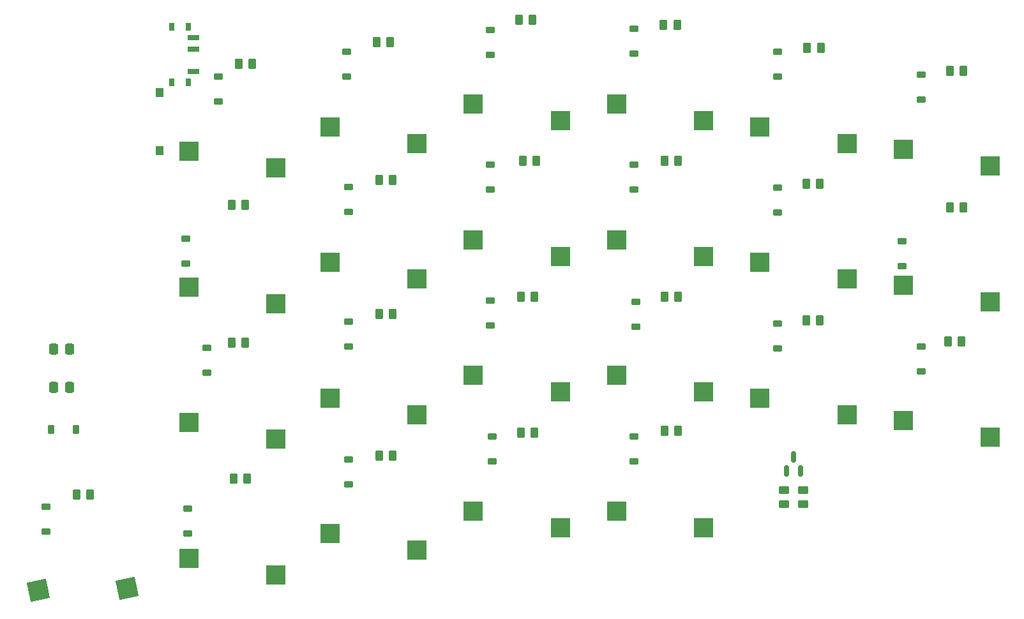
<source format=gbp>
%TF.GenerationSoftware,KiCad,Pcbnew,7.0.5-0*%
%TF.CreationDate,2023-09-10T21:20:09+09:30*%
%TF.ProjectId,Rolio,526f6c69-6f2e-46b6-9963-61645f706362,rev?*%
%TF.SameCoordinates,Original*%
%TF.FileFunction,Paste,Bot*%
%TF.FilePolarity,Positive*%
%FSLAX46Y46*%
G04 Gerber Fmt 4.6, Leading zero omitted, Abs format (unit mm)*
G04 Created by KiCad (PCBNEW 7.0.5-0) date 2023-09-10 21:20:09*
%MOMM*%
%LPD*%
G01*
G04 APERTURE LIST*
G04 Aperture macros list*
%AMRoundRect*
0 Rectangle with rounded corners*
0 $1 Rounding radius*
0 $2 $3 $4 $5 $6 $7 $8 $9 X,Y pos of 4 corners*
0 Add a 4 corners polygon primitive as box body*
4,1,4,$2,$3,$4,$5,$6,$7,$8,$9,$2,$3,0*
0 Add four circle primitives for the rounded corners*
1,1,$1+$1,$2,$3*
1,1,$1+$1,$4,$5*
1,1,$1+$1,$6,$7*
1,1,$1+$1,$8,$9*
0 Add four rect primitives between the rounded corners*
20,1,$1+$1,$2,$3,$4,$5,0*
20,1,$1+$1,$4,$5,$6,$7,0*
20,1,$1+$1,$6,$7,$8,$9,0*
20,1,$1+$1,$8,$9,$2,$3,0*%
%AMRotRect*
0 Rectangle, with rotation*
0 The origin of the aperture is its center*
0 $1 length*
0 $2 width*
0 $3 Rotation angle, in degrees counterclockwise*
0 Add horizontal line*
21,1,$1,$2,0,0,$3*%
G04 Aperture macros list end*
%ADD10R,2.600000X2.600000*%
%ADD11RotRect,2.600000X2.600000X12.000000*%
%ADD12RoundRect,0.250000X0.262500X0.450000X-0.262500X0.450000X-0.262500X-0.450000X0.262500X-0.450000X0*%
%ADD13RoundRect,0.225000X-0.375000X0.225000X-0.375000X-0.225000X0.375000X-0.225000X0.375000X0.225000X0*%
%ADD14RoundRect,0.250000X0.337500X0.475000X-0.337500X0.475000X-0.337500X-0.475000X0.337500X-0.475000X0*%
%ADD15RoundRect,0.250000X0.450000X-0.262500X0.450000X0.262500X-0.450000X0.262500X-0.450000X-0.262500X0*%
%ADD16R,0.800000X1.000000*%
%ADD17R,1.500000X0.700000*%
%ADD18RoundRect,0.250000X-0.337500X-0.475000X0.337500X-0.475000X0.337500X0.475000X-0.337500X0.475000X0*%
%ADD19R,1.000000X1.250000*%
%ADD20RoundRect,0.225000X0.225000X0.375000X-0.225000X0.375000X-0.225000X-0.375000X0.225000X-0.375000X0*%
%ADD21RoundRect,0.150000X0.150000X-0.587500X0.150000X0.587500X-0.150000X0.587500X-0.150000X-0.587500X0*%
G04 APERTURE END LIST*
D10*
X163095000Y-52480000D03*
X151545000Y-50280000D03*
X125095000Y-103480000D03*
X113545000Y-101280000D03*
X144095000Y-103480000D03*
X132545000Y-101280000D03*
X144095000Y-67480000D03*
X132545000Y-65280000D03*
X163095000Y-70480000D03*
X151545000Y-68280000D03*
X87375000Y-55730000D03*
X75825000Y-53530000D03*
X182095000Y-91480000D03*
X170545000Y-89280000D03*
X125095000Y-67480000D03*
X113545000Y-65280000D03*
X106095000Y-88480000D03*
X94545000Y-86280000D03*
X125095000Y-85480000D03*
X113545000Y-83280000D03*
X106095000Y-52480000D03*
X94545000Y-50280000D03*
X182095000Y-73480000D03*
X170545000Y-71280000D03*
X182095000Y-55480000D03*
X170545000Y-53280000D03*
X87375000Y-91730000D03*
X75825000Y-89530000D03*
X125095000Y-49480000D03*
X113545000Y-47280000D03*
D11*
X67600888Y-111543542D03*
X55845877Y-111792998D03*
D10*
X87375000Y-73775000D03*
X75825000Y-71575000D03*
X144095000Y-85480000D03*
X132545000Y-83280000D03*
X106095000Y-70480000D03*
X94545000Y-68280000D03*
X144095000Y-49480000D03*
X132545000Y-47280000D03*
X106095000Y-106480000D03*
X94545000Y-104280000D03*
X163095000Y-88480000D03*
X151545000Y-86280000D03*
X87375000Y-109730000D03*
X75825000Y-107530000D03*
D12*
X178543500Y-42888000D03*
X176718500Y-42888000D03*
D13*
X153905500Y-76416000D03*
X153905500Y-79716000D03*
D14*
X59987000Y-84836000D03*
X57912000Y-84836000D03*
D13*
X134855500Y-55334000D03*
X134855500Y-58634000D03*
X78213500Y-79592000D03*
X78213500Y-82892000D03*
D12*
X140697500Y-54826000D03*
X138872500Y-54826000D03*
D13*
X79737500Y-43650000D03*
X79737500Y-46950000D03*
D12*
X102851500Y-57366000D03*
X101026500Y-57366000D03*
D13*
X170415500Y-65496000D03*
X170415500Y-68796000D03*
X97009500Y-76162500D03*
X97009500Y-79462500D03*
D15*
X154733500Y-100339000D03*
X154733500Y-98514000D03*
D12*
X62738000Y-99060000D03*
X60913000Y-99060000D03*
D13*
X115805500Y-73368000D03*
X115805500Y-76668000D03*
D12*
X140697500Y-72860000D03*
X138872500Y-72860000D03*
X159512000Y-75946000D03*
X157687000Y-75946000D03*
X178562000Y-60960000D03*
X176737000Y-60960000D03*
D13*
X115805500Y-37428000D03*
X115805500Y-40728000D03*
D12*
X121647500Y-90894000D03*
X119822500Y-90894000D03*
D15*
X157273500Y-100339000D03*
X157273500Y-98514000D03*
D13*
X97009500Y-94454000D03*
X97009500Y-97754000D03*
X116059500Y-91402000D03*
X116059500Y-94702000D03*
X153905500Y-58382000D03*
X153905500Y-61682000D03*
X75419500Y-65114000D03*
X75419500Y-68414000D03*
D16*
X73566500Y-44348000D03*
X75776500Y-44348000D03*
X73566500Y-37048000D03*
X75776500Y-37048000D03*
D17*
X76426500Y-42948000D03*
X76426500Y-39948000D03*
X76426500Y-38448000D03*
D12*
X178308000Y-78740000D03*
X176483000Y-78740000D03*
D13*
X56877500Y-100674000D03*
X56877500Y-103974000D03*
D12*
X140594000Y-36792000D03*
X138769000Y-36792000D03*
D13*
X134855500Y-91402000D03*
X134855500Y-94702000D03*
X134855500Y-37300000D03*
X134855500Y-40600000D03*
D12*
X102512500Y-39078000D03*
X100687500Y-39078000D03*
D18*
X57913000Y-79756000D03*
X59988000Y-79756000D03*
D19*
X71931500Y-53472000D03*
X71931500Y-45722000D03*
D13*
X96755500Y-40348000D03*
X96755500Y-43648000D03*
X97009500Y-58256000D03*
X97009500Y-61556000D03*
D12*
X121901500Y-54826000D03*
X120076500Y-54826000D03*
D13*
X172955500Y-79464000D03*
X172955500Y-82764000D03*
D12*
X83293500Y-78956000D03*
X81468500Y-78956000D03*
X83547500Y-96990000D03*
X81722500Y-96990000D03*
D13*
X153905500Y-40348000D03*
X153905500Y-43648000D03*
D12*
X159644000Y-39840000D03*
X157819000Y-39840000D03*
D13*
X172955500Y-43396000D03*
X172955500Y-46696000D03*
X115805500Y-55334000D03*
X115805500Y-58634000D03*
D12*
X140697500Y-90640000D03*
X138872500Y-90640000D03*
D20*
X60832000Y-90424000D03*
X57532000Y-90424000D03*
D21*
X156953500Y-95974000D03*
X155053500Y-95974000D03*
X156003500Y-94099000D03*
D12*
X102851500Y-93942000D03*
X101026500Y-93942000D03*
D13*
X75673500Y-100928000D03*
X75673500Y-104228000D03*
D12*
X121393500Y-36068000D03*
X119568500Y-36068000D03*
D13*
X135109500Y-73496000D03*
X135109500Y-76796000D03*
D12*
X121647500Y-72860000D03*
X119822500Y-72860000D03*
X102851500Y-75146000D03*
X101026500Y-75146000D03*
X83293500Y-60668000D03*
X81468500Y-60668000D03*
X84224500Y-41910000D03*
X82399500Y-41910000D03*
X159493500Y-57874000D03*
X157668500Y-57874000D03*
M02*

</source>
